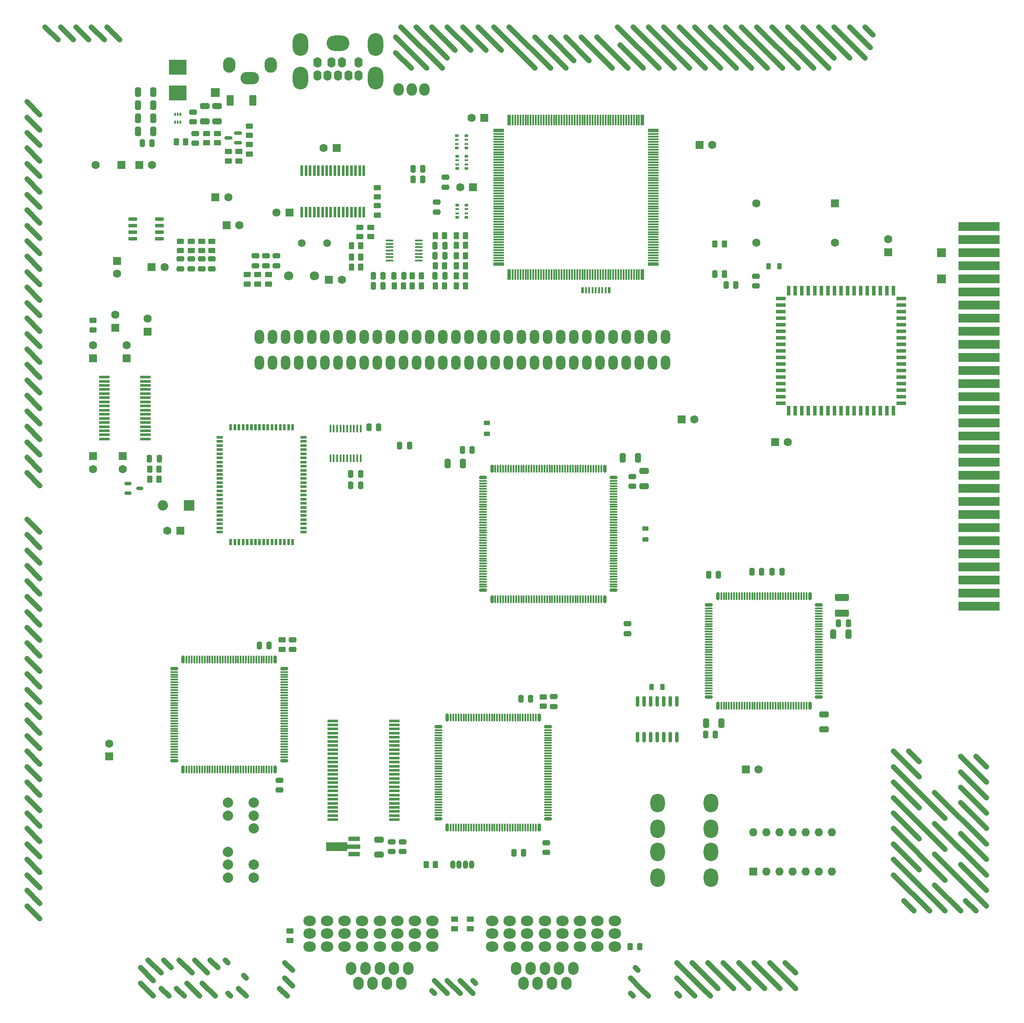
<source format=gts>
G04 #@! TF.GenerationSoftware,KiCad,Pcbnew,7.0.8*
G04 #@! TF.CreationDate,2024-02-10T22:04:51+01:00*
G04 #@! TF.ProjectId,Neptune,4e657074-756e-4652-9e6b-696361645f70,rev?*
G04 #@! TF.SameCoordinates,Original*
G04 #@! TF.FileFunction,Soldermask,Top*
G04 #@! TF.FilePolarity,Negative*
%FSLAX46Y46*%
G04 Gerber Fmt 4.6, Leading zero omitted, Abs format (unit mm)*
G04 Created by KiCad (PCBNEW 7.0.8) date 2024-02-10 22:04:51*
%MOMM*%
%LPD*%
G01*
G04 APERTURE LIST*
G04 Aperture macros list*
%AMRoundRect*
0 Rectangle with rounded corners*
0 $1 Rounding radius*
0 $2 $3 $4 $5 $6 $7 $8 $9 X,Y pos of 4 corners*
0 Add a 4 corners polygon primitive as box body*
4,1,4,$2,$3,$4,$5,$6,$7,$8,$9,$2,$3,0*
0 Add four circle primitives for the rounded corners*
1,1,$1+$1,$2,$3*
1,1,$1+$1,$4,$5*
1,1,$1+$1,$6,$7*
1,1,$1+$1,$8,$9*
0 Add four rect primitives between the rounded corners*
20,1,$1+$1,$2,$3,$4,$5,0*
20,1,$1+$1,$4,$5,$6,$7,0*
20,1,$1+$1,$6,$7,$8,$9,0*
20,1,$1+$1,$8,$9,$2,$3,0*%
%AMFreePoly0*
4,1,9,5.362500,-0.866500,1.237500,-0.866500,1.237500,-0.450000,-1.237500,-0.450000,-1.237500,0.450000,1.237500,0.450000,1.237500,0.866500,5.362500,0.866500,5.362500,-0.866500,5.362500,-0.866500,$1*%
G04 Aperture macros list end*
%ADD10C,1.000000*%
%ADD11O,1.800000X2.800000*%
%ADD12R,0.800000X0.500000*%
%ADD13R,0.800000X0.400000*%
%ADD14RoundRect,0.250000X0.325000X0.650000X-0.325000X0.650000X-0.325000X-0.650000X0.325000X-0.650000X0*%
%ADD15RoundRect,0.250000X0.475000X-0.250000X0.475000X0.250000X-0.475000X0.250000X-0.475000X-0.250000X0*%
%ADD16O,2.400000X2.000000*%
%ADD17RoundRect,0.250000X0.262500X0.450000X-0.262500X0.450000X-0.262500X-0.450000X0.262500X-0.450000X0*%
%ADD18R,1.600000X1.600000*%
%ADD19C,1.600000*%
%ADD20RoundRect,0.218750X0.218750X0.381250X-0.218750X0.381250X-0.218750X-0.381250X0.218750X-0.381250X0*%
%ADD21RoundRect,0.218750X-0.218750X-0.381250X0.218750X-0.381250X0.218750X0.381250X-0.218750X0.381250X0*%
%ADD22RoundRect,0.250000X0.250000X0.475000X-0.250000X0.475000X-0.250000X-0.475000X0.250000X-0.475000X0*%
%ADD23O,1.600000X1.600000*%
%ADD24RoundRect,0.250000X0.450000X-0.262500X0.450000X0.262500X-0.450000X0.262500X-0.450000X-0.262500X0*%
%ADD25RoundRect,0.162500X-0.575000X-0.162500X0.575000X-0.162500X0.575000X0.162500X-0.575000X0.162500X0*%
%ADD26RoundRect,0.075000X-0.662500X-0.075000X0.662500X-0.075000X0.662500X0.075000X-0.662500X0.075000X0*%
%ADD27RoundRect,0.162500X-0.162500X-0.575000X0.162500X-0.575000X0.162500X0.575000X-0.162500X0.575000X0*%
%ADD28RoundRect,0.075000X-0.075000X-0.662500X0.075000X-0.662500X0.075000X0.662500X-0.075000X0.662500X0*%
%ADD29RoundRect,0.250000X-0.325000X-0.650000X0.325000X-0.650000X0.325000X0.650000X-0.325000X0.650000X0*%
%ADD30R,2.000000X0.650000*%
%ADD31R,2.000000X0.300000*%
%ADD32R,0.650000X2.000000*%
%ADD33R,0.300000X2.000000*%
%ADD34RoundRect,0.250000X-0.250000X-0.475000X0.250000X-0.475000X0.250000X0.475000X-0.250000X0.475000X0*%
%ADD35R,3.500000X3.000000*%
%ADD36R,1.700000X1.700000*%
%ADD37R,0.700000X1.925000*%
%ADD38R,1.925000X0.700000*%
%ADD39RoundRect,0.250000X0.650000X-0.325000X0.650000X0.325000X-0.650000X0.325000X-0.650000X-0.325000X0*%
%ADD40O,3.600000X2.400000*%
%ADD41O,2.400000X3.000000*%
%ADD42O,2.800000X3.600000*%
%ADD43O,2.000000X2.400000*%
%ADD44RoundRect,0.218750X-0.381250X0.218750X-0.381250X-0.218750X0.381250X-0.218750X0.381250X0.218750X0*%
%ADD45RoundRect,0.250000X-0.262500X-0.450000X0.262500X-0.450000X0.262500X0.450000X-0.262500X0.450000X0*%
%ADD46C,1.500000*%
%ADD47RoundRect,0.142500X-0.142500X-0.457500X0.142500X-0.457500X0.142500X0.457500X-0.142500X0.457500X0*%
%ADD48RoundRect,0.105000X-0.105000X-0.495000X0.105000X-0.495000X0.105000X0.495000X-0.105000X0.495000X0*%
%ADD49RoundRect,0.075000X-0.075000X0.260000X-0.075000X-0.260000X0.075000X-0.260000X0.075000X0.260000X0*%
%ADD50RoundRect,0.250000X-0.475000X0.250000X-0.475000X-0.250000X0.475000X-0.250000X0.475000X0.250000X0*%
%ADD51RoundRect,0.150000X-0.512500X-0.150000X0.512500X-0.150000X0.512500X0.150000X-0.512500X0.150000X0*%
%ADD52RoundRect,0.162500X-0.162500X0.575000X-0.162500X-0.575000X0.162500X-0.575000X0.162500X0.575000X0*%
%ADD53RoundRect,0.075000X-0.075000X0.662500X-0.075000X-0.662500X0.075000X-0.662500X0.075000X0.662500X0*%
%ADD54RoundRect,0.162500X-0.575000X0.162500X-0.575000X-0.162500X0.575000X-0.162500X0.575000X0.162500X0*%
%ADD55RoundRect,0.075000X-0.662500X0.075000X-0.662500X-0.075000X0.662500X-0.075000X0.662500X0.075000X0*%
%ADD56C,2.000000*%
%ADD57O,2.000000X2.500000*%
%ADD58RoundRect,0.250000X-0.450000X0.262500X-0.450000X-0.262500X0.450000X-0.262500X0.450000X0.262500X0*%
%ADD59R,2.000000X2.000000*%
%ADD60O,2.000000X2.000000*%
%ADD61RoundRect,0.100000X0.637500X0.100000X-0.637500X0.100000X-0.637500X-0.100000X0.637500X-0.100000X0*%
%ADD62O,1.600000X2.000000*%
%ADD63O,3.000000X4.400000*%
%ADD64O,4.400000X3.000000*%
%ADD65RoundRect,0.150000X0.725000X0.150000X-0.725000X0.150000X-0.725000X-0.150000X0.725000X-0.150000X0*%
%ADD66RoundRect,0.150000X0.587500X0.150000X-0.587500X0.150000X-0.587500X-0.150000X0.587500X-0.150000X0*%
%ADD67RoundRect,0.250000X-0.450000X-0.800000X0.450000X-0.800000X0.450000X0.800000X-0.450000X0.800000X0*%
%ADD68RoundRect,0.100000X-0.100000X0.637500X-0.100000X-0.637500X0.100000X-0.637500X0.100000X0.637500X0*%
%ADD69RoundRect,0.250000X-0.650000X0.325000X-0.650000X-0.325000X0.650000X-0.325000X0.650000X0.325000X0*%
%ADD70R,2.000000X0.500000*%
%ADD71O,1.000000X1.600000*%
%ADD72RoundRect,0.150000X0.150000X-0.837500X0.150000X0.837500X-0.150000X0.837500X-0.150000X-0.837500X0*%
%ADD73R,2.300000X0.900000*%
%ADD74FreePoly0,180.000000*%
%ADD75RoundRect,0.162500X-0.587500X-0.162500X0.587500X-0.162500X0.587500X0.162500X-0.587500X0.162500X0*%
%ADD76RoundRect,0.075000X-0.675000X-0.075000X0.675000X-0.075000X0.675000X0.075000X-0.675000X0.075000X0*%
%ADD77RoundRect,0.162500X-0.162500X-0.587500X0.162500X-0.587500X0.162500X0.587500X-0.162500X0.587500X0*%
%ADD78RoundRect,0.075000X-0.075000X-0.675000X0.075000X-0.675000X0.075000X0.675000X-0.075000X0.675000X0*%
%ADD79RoundRect,0.250001X-1.074999X0.462499X-1.074999X-0.462499X1.074999X-0.462499X1.074999X0.462499X0*%
%ADD80C,1.800000*%
%ADD81R,8.000000X1.778000*%
%ADD82R,1.300000X0.500000*%
%ADD83R,0.500000X1.300000*%
%ADD84R,0.500000X2.000000*%
G04 APERTURE END LIST*
D10*
X252000000Y-232000000D02*
X250500000Y-230500000D01*
X131500000Y-46500000D02*
X129000000Y-44000000D01*
X282000000Y-50000000D02*
X276000000Y-44000000D01*
X239500000Y-228500000D02*
X241500000Y-230500000D01*
X209000000Y-231500000D02*
X206500000Y-229000000D01*
X272000000Y-52000000D02*
X264000000Y-44000000D01*
X243000000Y-232000000D02*
X241500000Y-230500000D01*
X125000000Y-73000000D02*
X122500000Y-70500000D01*
X125000000Y-76000000D02*
X122500000Y-73500000D01*
X300500000Y-215500000D02*
X290500000Y-205500000D01*
X254500000Y-225500000D02*
X259500000Y-230500000D01*
X303500000Y-200500000D02*
X308500000Y-205500000D01*
X125000000Y-190000000D02*
X122500000Y-187500000D01*
X125000000Y-103000000D02*
X122500000Y-100500000D01*
X125000000Y-166000000D02*
X122500000Y-163500000D01*
X125000000Y-70000000D02*
X122500000Y-67500000D01*
X303500000Y-188500000D02*
X308500000Y-193500000D01*
X154500000Y-227500000D02*
X152000000Y-225000000D01*
X240500000Y-226500000D02*
X241000000Y-227000000D01*
X285000000Y-50000000D02*
X279000000Y-44000000D01*
X156000000Y-232000000D02*
X153500000Y-229500000D01*
X242000000Y-52000000D02*
X237500000Y-47500000D01*
X125000000Y-202000000D02*
X122500000Y-199500000D01*
X206500000Y-231500000D02*
X204000000Y-229000000D01*
X300500000Y-203500000D02*
X290500000Y-193500000D01*
X150000000Y-232000000D02*
X148500000Y-230500000D01*
X303500000Y-185500000D02*
X308500000Y-190500000D01*
X308500000Y-208500000D02*
X298500000Y-198500000D01*
X125000000Y-121000000D02*
X122500000Y-118500000D01*
X125000000Y-217000000D02*
X122500000Y-214500000D01*
X224000000Y-52000000D02*
X216000000Y-44000000D01*
X260000000Y-52000000D02*
X252000000Y-44000000D01*
X125000000Y-133000000D02*
X122500000Y-130500000D01*
X275000000Y-52000000D02*
X267000000Y-44000000D01*
X298500000Y-210500000D02*
X303500000Y-215500000D01*
X125000000Y-184000000D02*
X122500000Y-181500000D01*
X260500000Y-225500000D02*
X265500000Y-230500000D01*
X231500000Y-50500000D02*
X227000000Y-46000000D01*
X125000000Y-172000000D02*
X122500000Y-169500000D01*
X248500000Y-228500000D02*
X250500000Y-230500000D01*
X279000000Y-50000000D02*
X273000000Y-44000000D01*
X125000000Y-160000000D02*
X122500000Y-157500000D01*
X153000000Y-232000000D02*
X151500000Y-230500000D01*
X147000000Y-232000000D02*
X144500000Y-229500000D01*
X286500000Y-45500000D02*
X285000000Y-44000000D01*
X245000000Y-52000000D02*
X237000000Y-44000000D01*
X125000000Y-178000000D02*
X122500000Y-175500000D01*
X255000000Y-232000000D02*
X253500000Y-230500000D01*
X257000000Y-52000000D02*
X249000000Y-44000000D01*
X125000000Y-142000000D02*
X122500000Y-139500000D01*
X239000000Y-52000000D02*
X233000000Y-46000000D01*
X125000000Y-118000000D02*
X122500000Y-115500000D01*
X211500000Y-48500000D02*
X207000000Y-44000000D01*
X251000000Y-52000000D02*
X243000000Y-44000000D01*
X290500000Y-190500000D02*
X295500000Y-195500000D01*
X125000000Y-157000000D02*
X122500000Y-154500000D01*
X125000000Y-145000000D02*
X122500000Y-142500000D01*
X125000000Y-106000000D02*
X122500000Y-103500000D01*
X125000000Y-67000000D02*
X122500000Y-64500000D01*
X161000000Y-225000000D02*
X161500000Y-225500000D01*
X147000000Y-229000000D02*
X144500000Y-226500000D01*
X125000000Y-205000000D02*
X122500000Y-202500000D01*
X204000000Y-231500000D02*
X201500000Y-229000000D01*
X197000000Y-52000000D02*
X194000000Y-49000000D01*
X286000000Y-48000000D02*
X282000000Y-44000000D01*
X251500000Y-225500000D02*
X256500000Y-230500000D01*
X257500000Y-225500000D02*
X262500000Y-230500000D01*
X137500000Y-46500000D02*
X135000000Y-44000000D01*
X203000000Y-52000000D02*
X195000000Y-44000000D01*
X290500000Y-184500000D02*
X295500000Y-189500000D01*
X204000000Y-50000000D02*
X198000000Y-44000000D01*
X227000000Y-52000000D02*
X221000000Y-46000000D01*
X254000000Y-52000000D02*
X246000000Y-44000000D01*
X304500000Y-213500000D02*
X306500000Y-215500000D01*
X278000000Y-52000000D02*
X270000000Y-44000000D01*
X248500000Y-231500000D02*
X249000000Y-232000000D01*
X125000000Y-109000000D02*
X122500000Y-106500000D01*
X125000000Y-61000000D02*
X122500000Y-58500000D01*
X164500000Y-228000000D02*
X165000000Y-228500000D01*
X140500000Y-46500000D02*
X138000000Y-44000000D01*
X174000000Y-227000000D02*
X172500000Y-225500000D01*
X148500000Y-227500000D02*
X146000000Y-225000000D01*
X125000000Y-64000000D02*
X122500000Y-61500000D01*
X150500000Y-226500000D02*
X149000000Y-225000000D01*
X228500000Y-50500000D02*
X224000000Y-46000000D01*
X125000000Y-151000000D02*
X122500000Y-148500000D01*
X125000000Y-88000000D02*
X122500000Y-85500000D01*
X174000000Y-230000000D02*
X172500000Y-228500000D01*
X125000000Y-169000000D02*
X122500000Y-166500000D01*
X290500000Y-202500000D02*
X295500000Y-207500000D01*
X125000000Y-124000000D02*
X122500000Y-121500000D01*
X125000000Y-196000000D02*
X122500000Y-193500000D01*
X125000000Y-100000000D02*
X122500000Y-97500000D01*
X266500000Y-225500000D02*
X271500000Y-230500000D01*
X125000000Y-193000000D02*
X122500000Y-190500000D01*
X300500000Y-197500000D02*
X290500000Y-187500000D01*
X269500000Y-225500000D02*
X271500000Y-227500000D01*
X297500000Y-215500000D02*
X290500000Y-208500000D01*
X306500000Y-185500000D02*
X308500000Y-187500000D01*
X201000000Y-231000000D02*
X201500000Y-231500000D01*
X308500000Y-214500000D02*
X298500000Y-204500000D01*
X125000000Y-187000000D02*
X122500000Y-184500000D01*
X248500000Y-225500000D02*
X253500000Y-230500000D01*
X263000000Y-52000000D02*
X255000000Y-44000000D01*
X308500000Y-202500000D02*
X298500000Y-192500000D01*
X292500000Y-213500000D02*
X294500000Y-215500000D01*
X128500000Y-46500000D02*
X126000000Y-44000000D01*
X125000000Y-175000000D02*
X122500000Y-172500000D01*
X125000000Y-127000000D02*
X122500000Y-124500000D01*
X209000000Y-229000000D02*
X209500000Y-229500000D01*
X125000000Y-199000000D02*
X122500000Y-196500000D01*
X125000000Y-79000000D02*
X122500000Y-76500000D01*
X221000000Y-52000000D02*
X213000000Y-44000000D01*
X303500000Y-206500000D02*
X308500000Y-211500000D01*
X165000000Y-232000000D02*
X163500000Y-230500000D01*
X125000000Y-214000000D02*
X122500000Y-211500000D01*
X236000000Y-52000000D02*
X230000000Y-46000000D01*
X125000000Y-115000000D02*
X122500000Y-112500000D01*
X200000000Y-52000000D02*
X194000000Y-46000000D01*
X157500000Y-227500000D02*
X155000000Y-225000000D01*
X303500000Y-194500000D02*
X308500000Y-199500000D01*
X125000000Y-82000000D02*
X122500000Y-79500000D01*
X303500000Y-191500000D02*
X308500000Y-196500000D01*
X266000000Y-52000000D02*
X258000000Y-44000000D01*
X239500000Y-231500000D02*
X240000000Y-232000000D01*
X125000000Y-163000000D02*
X122500000Y-160500000D01*
X125000000Y-97000000D02*
X122500000Y-94500000D01*
X125000000Y-94000000D02*
X122500000Y-91500000D01*
X125000000Y-181000000D02*
X122500000Y-178500000D01*
X125000000Y-112000000D02*
X122500000Y-109500000D01*
X161500000Y-231500000D02*
X162000000Y-232000000D01*
X263500000Y-225500000D02*
X268500000Y-230500000D01*
X208500000Y-48500000D02*
X204000000Y-44000000D01*
X159500000Y-226500000D02*
X158000000Y-225000000D01*
X134500000Y-46500000D02*
X132000000Y-44000000D01*
X293500000Y-184500000D02*
X295500000Y-186500000D01*
X159000000Y-232000000D02*
X156500000Y-229500000D01*
X125000000Y-148000000D02*
X122500000Y-145500000D01*
X125000000Y-85000000D02*
X122500000Y-82500000D01*
X300500000Y-209500000D02*
X290500000Y-199500000D01*
X125000000Y-91000000D02*
X122500000Y-88500000D01*
X248000000Y-52000000D02*
X240000000Y-44000000D01*
X125000000Y-130000000D02*
X122500000Y-127500000D01*
X125000000Y-208000000D02*
X122500000Y-205500000D01*
X269000000Y-52000000D02*
X261000000Y-44000000D01*
X125000000Y-154000000D02*
X122500000Y-151500000D01*
X290500000Y-196500000D02*
X295500000Y-201500000D01*
X173000000Y-232000000D02*
X171500000Y-230500000D01*
X125000000Y-211000000D02*
X122500000Y-208500000D01*
X205500000Y-48500000D02*
X201000000Y-44000000D01*
X214500000Y-48500000D02*
X210000000Y-44000000D01*
D11*
X167538400Y-104140000D03*
X170078400Y-104140000D03*
X172618400Y-104140000D03*
X175158400Y-104140000D03*
X177698400Y-104140000D03*
X180238400Y-104140000D03*
X182778400Y-104140000D03*
X185318400Y-104140000D03*
X187858400Y-104140000D03*
X190398400Y-104140000D03*
X192938400Y-104140000D03*
X195478400Y-104140000D03*
X198018400Y-104140000D03*
X200558400Y-104140000D03*
X203098400Y-104140000D03*
X205638400Y-104140000D03*
X208178400Y-104140000D03*
X210718400Y-104140000D03*
X213258400Y-104140000D03*
X215798400Y-104140000D03*
X218338400Y-104140000D03*
X220878400Y-104140000D03*
X223418400Y-104140000D03*
X225958400Y-104140000D03*
X228498400Y-104140000D03*
X231038400Y-104140000D03*
X233578400Y-104140000D03*
X236118400Y-104140000D03*
X238658400Y-104140000D03*
X241198400Y-104140000D03*
X243738400Y-104140000D03*
X246278400Y-104140000D03*
X167538400Y-109140000D03*
X170078400Y-109140000D03*
X172618400Y-109140000D03*
X175158400Y-109140000D03*
X177698400Y-109140000D03*
X180238400Y-109140000D03*
X182778400Y-109140000D03*
X185318400Y-109140000D03*
X187858400Y-109140000D03*
X190398400Y-109140000D03*
X192938400Y-109140000D03*
X195478400Y-109140000D03*
X198018400Y-109140000D03*
X200558400Y-109140000D03*
X203098400Y-109140000D03*
X205638400Y-109140000D03*
X208178400Y-109140000D03*
X210718400Y-109140000D03*
X213258400Y-109140000D03*
X215798400Y-109140000D03*
X218338400Y-109140000D03*
X220878400Y-109140000D03*
X223418400Y-109140000D03*
X225958400Y-109140000D03*
X228498400Y-109140000D03*
X231038400Y-109140000D03*
X233578400Y-109140000D03*
X236118400Y-109140000D03*
X238658400Y-109140000D03*
X241198400Y-109140000D03*
X243738400Y-109140000D03*
X246278400Y-109140000D03*
D12*
X205875000Y-65075000D03*
D13*
X205875000Y-65875000D03*
X205875000Y-66675000D03*
D12*
X205875000Y-67475000D03*
X207675000Y-67475000D03*
D13*
X207675000Y-66675000D03*
X207675000Y-65875000D03*
D12*
X207675000Y-65075000D03*
D14*
X207000000Y-128725000D03*
X204050000Y-128725000D03*
D15*
X156375000Y-90900000D03*
X156375000Y-89000000D03*
D16*
X236500000Y-222400000D03*
X236500000Y-219900000D03*
X236500000Y-217400000D03*
D17*
X148112500Y-131730000D03*
X146287500Y-131730000D03*
X187212500Y-90600000D03*
X185387500Y-90600000D03*
D18*
X152205113Y-141732000D03*
D19*
X149705113Y-141732000D03*
D17*
X187212500Y-86450000D03*
X185387500Y-86450000D03*
D18*
X267544888Y-124500000D03*
D19*
X270044888Y-124500000D03*
D20*
X245687500Y-172000000D03*
X243562500Y-172000000D03*
D21*
X266307500Y-90420000D03*
X268432500Y-90420000D03*
D22*
X187175000Y-130750000D03*
X185275000Y-130750000D03*
D18*
X263300000Y-207825000D03*
D23*
X265840000Y-207825000D03*
X268380000Y-207825000D03*
X270920000Y-207825000D03*
X273460000Y-207825000D03*
X276000000Y-207825000D03*
X278540000Y-207825000D03*
X278540000Y-200205000D03*
X276000000Y-200205000D03*
X273460000Y-200205000D03*
X270920000Y-200205000D03*
X268380000Y-200205000D03*
X265840000Y-200205000D03*
X263300000Y-200205000D03*
D24*
X156375000Y-87387500D03*
X156375000Y-85562500D03*
D25*
X202237500Y-179725000D03*
D26*
X202237500Y-180400000D03*
X202237500Y-180900000D03*
X202237500Y-181400000D03*
X202237500Y-181900000D03*
X202237500Y-182400000D03*
X202237500Y-182900000D03*
X202237500Y-183400000D03*
X202237500Y-183900000D03*
X202237500Y-184400000D03*
X202237500Y-184900000D03*
X202237500Y-185400000D03*
X202237500Y-185900000D03*
X202237500Y-186400000D03*
X202237500Y-186900000D03*
X202237500Y-187400000D03*
X202237500Y-187900000D03*
X202237500Y-188400000D03*
X202237500Y-188900000D03*
X202237500Y-189400000D03*
X202237500Y-189900000D03*
X202237500Y-190400000D03*
X202237500Y-190900000D03*
X202237500Y-191400000D03*
X202237500Y-191900000D03*
X202237500Y-192400000D03*
X202237500Y-192900000D03*
X202237500Y-193400000D03*
X202237500Y-193900000D03*
X202237500Y-194400000D03*
X202237500Y-194900000D03*
X202237500Y-195400000D03*
X202237500Y-195900000D03*
X202237500Y-196400000D03*
X202237500Y-196900000D03*
D25*
X202237500Y-197575000D03*
D27*
X203975000Y-199312500D03*
D28*
X204650000Y-199312500D03*
X205150000Y-199312500D03*
X205650000Y-199312500D03*
X206150000Y-199312500D03*
X206650000Y-199312500D03*
X207150000Y-199312500D03*
X207650000Y-199312500D03*
X208150000Y-199312500D03*
X208650000Y-199312500D03*
X209150000Y-199312500D03*
X209650000Y-199312500D03*
X210150000Y-199312500D03*
X210650000Y-199312500D03*
X211150000Y-199312500D03*
X211650000Y-199312500D03*
X212150000Y-199312500D03*
X212650000Y-199312500D03*
X213150000Y-199312500D03*
X213650000Y-199312500D03*
X214150000Y-199312500D03*
X214650000Y-199312500D03*
X215150000Y-199312500D03*
X215650000Y-199312500D03*
X216150000Y-199312500D03*
X216650000Y-199312500D03*
X217150000Y-199312500D03*
X217650000Y-199312500D03*
X218150000Y-199312500D03*
X218650000Y-199312500D03*
X219150000Y-199312500D03*
X219650000Y-199312500D03*
X220150000Y-199312500D03*
X220650000Y-199312500D03*
X221150000Y-199312500D03*
D27*
X221825000Y-199312500D03*
D25*
X223562500Y-197575000D03*
D26*
X223562500Y-196900000D03*
X223562500Y-196400000D03*
X223562500Y-195900000D03*
X223562500Y-195400000D03*
X223562500Y-194900000D03*
X223562500Y-194400000D03*
X223562500Y-193900000D03*
X223562500Y-193400000D03*
X223562500Y-192900000D03*
X223562500Y-192400000D03*
X223562500Y-191900000D03*
X223562500Y-191400000D03*
X223562500Y-190900000D03*
X223562500Y-190400000D03*
X223562500Y-189900000D03*
X223562500Y-189400000D03*
X223562500Y-188900000D03*
X223562500Y-188400000D03*
X223562500Y-187900000D03*
X223562500Y-187400000D03*
X223562500Y-186900000D03*
X223562500Y-186400000D03*
X223562500Y-185900000D03*
X223562500Y-185400000D03*
X223562500Y-184900000D03*
X223562500Y-184400000D03*
X223562500Y-183900000D03*
X223562500Y-183400000D03*
X223562500Y-182900000D03*
X223562500Y-182400000D03*
X223562500Y-181900000D03*
X223562500Y-181400000D03*
X223562500Y-180900000D03*
X223562500Y-180400000D03*
D25*
X223562500Y-179725000D03*
D27*
X221825000Y-177987500D03*
D28*
X221150000Y-177987500D03*
X220650000Y-177987500D03*
X220150000Y-177987500D03*
X219650000Y-177987500D03*
X219150000Y-177987500D03*
X218650000Y-177987500D03*
X218150000Y-177987500D03*
X217650000Y-177987500D03*
X217150000Y-177987500D03*
X216650000Y-177987500D03*
X216150000Y-177987500D03*
X215650000Y-177987500D03*
X215150000Y-177987500D03*
X214650000Y-177987500D03*
X214150000Y-177987500D03*
X213650000Y-177987500D03*
X213150000Y-177987500D03*
X212650000Y-177987500D03*
X212150000Y-177987500D03*
X211650000Y-177987500D03*
X211150000Y-177987500D03*
X210650000Y-177987500D03*
X210150000Y-177987500D03*
X209650000Y-177987500D03*
X209150000Y-177987500D03*
X208650000Y-177987500D03*
X208150000Y-177987500D03*
X207650000Y-177987500D03*
X207150000Y-177987500D03*
X206650000Y-177987500D03*
X206150000Y-177987500D03*
X205650000Y-177987500D03*
X205150000Y-177987500D03*
X204650000Y-177987500D03*
D27*
X203975000Y-177987500D03*
D18*
X135300000Y-108250000D03*
D19*
X135300000Y-105750000D03*
D18*
X181025000Y-93055112D03*
D19*
X183525000Y-93055112D03*
D18*
X146675000Y-90600000D03*
D19*
X149175000Y-90600000D03*
D29*
X144066500Y-59182000D03*
X147016500Y-59182000D03*
D30*
X213925000Y-64100000D03*
D31*
X213925000Y-64775000D03*
X213925000Y-65275000D03*
X213925000Y-65775000D03*
X213925000Y-66275000D03*
X213925000Y-66775000D03*
X213925000Y-67275000D03*
X213925000Y-67775000D03*
X213925000Y-68275000D03*
X213925000Y-68775000D03*
X213925000Y-69275000D03*
X213925000Y-69775000D03*
X213925000Y-70275000D03*
X213925000Y-70775000D03*
X213925000Y-71275000D03*
X213925000Y-71775000D03*
X213925000Y-72275000D03*
X213925000Y-72775000D03*
X213925000Y-73275000D03*
X213925000Y-73775000D03*
X213925000Y-74275000D03*
X213925000Y-74775000D03*
X213925000Y-75275000D03*
X213925000Y-75775000D03*
X213925000Y-76275000D03*
X213925000Y-76775000D03*
X213925000Y-77275000D03*
X213925000Y-77775000D03*
X213925000Y-78275000D03*
X213925000Y-78775000D03*
X213925000Y-79275000D03*
X213925000Y-79775000D03*
X213925000Y-80275000D03*
X213925000Y-80775000D03*
X213925000Y-81275000D03*
X213925000Y-81775000D03*
X213925000Y-82275000D03*
X213925000Y-82775000D03*
X213925000Y-83275000D03*
X213925000Y-83775000D03*
X213925000Y-84275000D03*
X213925000Y-84775000D03*
X213925000Y-85275000D03*
X213925000Y-85775000D03*
X213925000Y-86275000D03*
X213925000Y-86775000D03*
X213925000Y-87275000D03*
X213925000Y-87775000D03*
X213925000Y-88275000D03*
X213925000Y-88775000D03*
X213925000Y-89275000D03*
D30*
X213925000Y-89950000D03*
D32*
X216000000Y-92025000D03*
D33*
X216675000Y-92025000D03*
X217175000Y-92025000D03*
X217675000Y-92025000D03*
X218175000Y-92025000D03*
X218675000Y-92025000D03*
X219175000Y-92025000D03*
X219675000Y-92025000D03*
X220175000Y-92025000D03*
X220675000Y-92025000D03*
X221175000Y-92025000D03*
X221675000Y-92025000D03*
X222175000Y-92025000D03*
X222675000Y-92025000D03*
X223175000Y-92025000D03*
X223675000Y-92025000D03*
X224175000Y-92025000D03*
X224675000Y-92025000D03*
X225175000Y-92025000D03*
X225675000Y-92025000D03*
X226175000Y-92025000D03*
X226675000Y-92025000D03*
X227175000Y-92025000D03*
X227675000Y-92025000D03*
X228175000Y-92025000D03*
X228675000Y-92025000D03*
X229175000Y-92025000D03*
X229675000Y-92025000D03*
X230175000Y-92025000D03*
X230675000Y-92025000D03*
X231175000Y-92025000D03*
X231675000Y-92025000D03*
X232175000Y-92025000D03*
X232675000Y-92025000D03*
X233175000Y-92025000D03*
X233675000Y-92025000D03*
X234175000Y-92025000D03*
X234675000Y-92025000D03*
X235175000Y-92025000D03*
X235675000Y-92025000D03*
X236175000Y-92025000D03*
X236675000Y-92025000D03*
X237175000Y-92025000D03*
X237675000Y-92025000D03*
X238175000Y-92025000D03*
X238675000Y-92025000D03*
X239175000Y-92025000D03*
X239675000Y-92025000D03*
X240175000Y-92025000D03*
X240675000Y-92025000D03*
X241175000Y-92025000D03*
D32*
X241850000Y-92025000D03*
D30*
X243925000Y-89950000D03*
D31*
X243925000Y-89275000D03*
X243925000Y-88775000D03*
X243925000Y-88275000D03*
X243925000Y-87775000D03*
X243925000Y-87275000D03*
X243925000Y-86775000D03*
X243925000Y-86275000D03*
X243925000Y-85775000D03*
X243925000Y-85275000D03*
X243925000Y-84775000D03*
X243925000Y-84275000D03*
X243925000Y-83775000D03*
X243925000Y-83275000D03*
X243925000Y-82775000D03*
X243925000Y-82275000D03*
X243925000Y-81775000D03*
X243925000Y-81275000D03*
X243925000Y-80775000D03*
X243925000Y-80275000D03*
X243925000Y-79775000D03*
X243925000Y-79275000D03*
X243925000Y-78775000D03*
X243925000Y-78275000D03*
X243925000Y-77775000D03*
X243925000Y-77275000D03*
X243925000Y-76775000D03*
X243925000Y-76275000D03*
X243925000Y-75775000D03*
X243925000Y-75275000D03*
X243925000Y-74775000D03*
X243925000Y-74275000D03*
X243925000Y-73775000D03*
X243925000Y-73275000D03*
X243925000Y-72775000D03*
X243925000Y-72275000D03*
X243925000Y-71775000D03*
X243925000Y-71275000D03*
X243925000Y-70775000D03*
X243925000Y-70275000D03*
X243925000Y-69775000D03*
X243925000Y-69275000D03*
X243925000Y-68775000D03*
X243925000Y-68275000D03*
X243925000Y-67775000D03*
X243925000Y-67275000D03*
X243925000Y-66775000D03*
X243925000Y-66275000D03*
X243925000Y-65775000D03*
X243925000Y-65275000D03*
X243925000Y-64775000D03*
D30*
X243925000Y-64100000D03*
D32*
X241850000Y-62025000D03*
D33*
X241175000Y-62025000D03*
X240675000Y-62025000D03*
X240175000Y-62025000D03*
X239675000Y-62025000D03*
X239175000Y-62025000D03*
X238675000Y-62025000D03*
X238175000Y-62025000D03*
X237675000Y-62025000D03*
X237175000Y-62025000D03*
X236675000Y-62025000D03*
X236175000Y-62025000D03*
X235675000Y-62025000D03*
X235175000Y-62025000D03*
X234675000Y-62025000D03*
X234175000Y-62025000D03*
X233675000Y-62025000D03*
X233175000Y-62025000D03*
X232675000Y-62025000D03*
X232175000Y-62025000D03*
X231675000Y-62025000D03*
X231175000Y-62025000D03*
X230675000Y-62025000D03*
X230175000Y-62025000D03*
X229675000Y-62025000D03*
X229175000Y-62025000D03*
X228675000Y-62025000D03*
X228175000Y-62025000D03*
X227675000Y-62025000D03*
X227175000Y-62025000D03*
X226675000Y-62025000D03*
X226175000Y-62025000D03*
X225675000Y-62025000D03*
X225175000Y-62025000D03*
X224675000Y-62025000D03*
X224175000Y-62025000D03*
X223675000Y-62025000D03*
X223175000Y-62025000D03*
X222675000Y-62025000D03*
X222175000Y-62025000D03*
X221675000Y-62025000D03*
X221175000Y-62025000D03*
X220675000Y-62025000D03*
X220175000Y-62025000D03*
X219675000Y-62025000D03*
X219175000Y-62025000D03*
X218675000Y-62025000D03*
X218175000Y-62025000D03*
X217675000Y-62025000D03*
X217175000Y-62025000D03*
X216675000Y-62025000D03*
D32*
X216000000Y-62025000D03*
D16*
X216100000Y-222400000D03*
X216100000Y-219900000D03*
X216100000Y-217400000D03*
D15*
X158350000Y-90900000D03*
X158350000Y-89000000D03*
D18*
X173400000Y-80010000D03*
D19*
X170900000Y-80010000D03*
D18*
X209000000Y-75050000D03*
D19*
X206500000Y-75050000D03*
D34*
X197350000Y-71550000D03*
X199250000Y-71550000D03*
D35*
X151765000Y-56787000D03*
X151765000Y-51787000D03*
D29*
X144066500Y-64262000D03*
X147016500Y-64262000D03*
X144066500Y-56642000D03*
X147016500Y-56642000D03*
D36*
X299825000Y-92875000D03*
D15*
X154325000Y-90900000D03*
X154325000Y-89000000D03*
D37*
X280322500Y-95127500D03*
X279052500Y-95127500D03*
X277782500Y-95127500D03*
X276512500Y-95127500D03*
X275242500Y-95127500D03*
X273972500Y-95127500D03*
X272702500Y-95127500D03*
X271432500Y-95127500D03*
X270162500Y-95127500D03*
D38*
X268650000Y-96640000D03*
X268650000Y-97910000D03*
X268650000Y-99180000D03*
X268650000Y-100450000D03*
X268650000Y-101720000D03*
X268650000Y-102990000D03*
X268650000Y-104260000D03*
X268650000Y-105530000D03*
X268650000Y-106800000D03*
X268650000Y-108070000D03*
X268650000Y-109340000D03*
X268650000Y-110610000D03*
X268650000Y-111880000D03*
X268650000Y-113150000D03*
X268650000Y-114420000D03*
X268650000Y-115690000D03*
X268650000Y-116960000D03*
D37*
X270162500Y-118472500D03*
X271432500Y-118472500D03*
X272702500Y-118472500D03*
X273972500Y-118472500D03*
X275242500Y-118472500D03*
X276512500Y-118472500D03*
X277782500Y-118472500D03*
X279052500Y-118472500D03*
X280322500Y-118472500D03*
X281592500Y-118472500D03*
X282862500Y-118472500D03*
X284132500Y-118472500D03*
X285402500Y-118472500D03*
X286672500Y-118472500D03*
X287942500Y-118472500D03*
X289212500Y-118472500D03*
X290482500Y-118472500D03*
D38*
X291995000Y-116960000D03*
X291995000Y-115690000D03*
X291995000Y-114420000D03*
X291995000Y-113150000D03*
X291995000Y-111880000D03*
X291995000Y-110610000D03*
X291995000Y-109340000D03*
X291995000Y-108070000D03*
X291995000Y-106800000D03*
X291995000Y-105530000D03*
X291995000Y-104260000D03*
X291995000Y-102990000D03*
X291995000Y-101720000D03*
X291995000Y-100450000D03*
X291995000Y-99180000D03*
X291995000Y-97910000D03*
X291995000Y-96640000D03*
D37*
X290482500Y-95127500D03*
X289212500Y-95127500D03*
X287942500Y-95127500D03*
X286672500Y-95127500D03*
X285402500Y-95127500D03*
X284132500Y-95127500D03*
X282862500Y-95127500D03*
X281592500Y-95127500D03*
D39*
X242175000Y-133100000D03*
X242175000Y-130150000D03*
D17*
X207562500Y-92275000D03*
X205737500Y-92275000D03*
D16*
X197700000Y-222400000D03*
X197700000Y-219900000D03*
X197700000Y-217400000D03*
X226300000Y-222400000D03*
X226300000Y-219900000D03*
X226300000Y-217400000D03*
D40*
X165735000Y-53904200D03*
D41*
X161735000Y-51404200D03*
X169735000Y-51404200D03*
D42*
X244775000Y-194575000D03*
X255075000Y-194575000D03*
X244775000Y-199575000D03*
X255075000Y-199575000D03*
D43*
X194600000Y-56100000D03*
X197100000Y-56100000D03*
X199600000Y-56100000D03*
D18*
X140832651Y-70739000D03*
D19*
X135832651Y-70739000D03*
D18*
X145900000Y-103075000D03*
D19*
X145900000Y-100575000D03*
D44*
X242375000Y-141287500D03*
X242375000Y-143412500D03*
D45*
X201676000Y-94225000D03*
X203501000Y-94225000D03*
D34*
X255875000Y-91900000D03*
X257775000Y-91900000D03*
D22*
X218800000Y-204225000D03*
X216900000Y-204225000D03*
D39*
X277050000Y-180275000D03*
X277050000Y-177325000D03*
D46*
X175755000Y-85925000D03*
X180655000Y-85925000D03*
D18*
X279125000Y-78225000D03*
D19*
X263885000Y-78225000D03*
X263885000Y-85845000D03*
X279125000Y-85845000D03*
D47*
X230175000Y-95050000D03*
D48*
X230870000Y-95050000D03*
X231505000Y-95050000D03*
X232140000Y-95050000D03*
X232775000Y-95050000D03*
X233410000Y-95050000D03*
X234045000Y-95050000D03*
X234680000Y-95050000D03*
D47*
X235375000Y-95050000D03*
D22*
X264950000Y-149700000D03*
X263050000Y-149700000D03*
D17*
X207562500Y-86350000D03*
X205737500Y-86350000D03*
D16*
X219500000Y-222400000D03*
X219500000Y-219900000D03*
X219500000Y-217400000D03*
X212700000Y-222400000D03*
X212700000Y-219900000D03*
X212700000Y-217400000D03*
D22*
X195575000Y-92275000D03*
X193675000Y-92275000D03*
D24*
X190400000Y-80487500D03*
X190400000Y-78662500D03*
D49*
X152265000Y-60972000D03*
X151765000Y-60972000D03*
X151265000Y-60972000D03*
X151265000Y-62472000D03*
X151765000Y-62472000D03*
X152265000Y-62472000D03*
D14*
X257100000Y-179100000D03*
X254150000Y-179100000D03*
D50*
X195300000Y-202050000D03*
X195300000Y-203950000D03*
D16*
X229700000Y-222400000D03*
X229700000Y-219900000D03*
X229700000Y-217400000D03*
D45*
X201676000Y-90325000D03*
X203501000Y-90325000D03*
D18*
X249425000Y-120125000D03*
D19*
X251925000Y-120125000D03*
D34*
X279850000Y-159650000D03*
X281750000Y-159650000D03*
D22*
X259950000Y-94050000D03*
X258050000Y-94050000D03*
D15*
X170855000Y-90300000D03*
X170855000Y-88400000D03*
D51*
X142112500Y-132550000D03*
X142112500Y-134450000D03*
X144387500Y-133500000D03*
D52*
X274287500Y-154387500D03*
D53*
X273612500Y-154387500D03*
X273112500Y-154387500D03*
X272612500Y-154387500D03*
X272112500Y-154387500D03*
X271612500Y-154387500D03*
X271112500Y-154387500D03*
X270612500Y-154387500D03*
X270112500Y-154387500D03*
X269612500Y-154387500D03*
X269112500Y-154387500D03*
X268612500Y-154387500D03*
X268112500Y-154387500D03*
X267612500Y-154387500D03*
X267112500Y-154387500D03*
X266612500Y-154387500D03*
X266112500Y-154387500D03*
X265612500Y-154387500D03*
X265112500Y-154387500D03*
X264612500Y-154387500D03*
X264112500Y-154387500D03*
X263612500Y-154387500D03*
X263112500Y-154387500D03*
X262612500Y-154387500D03*
X262112500Y-154387500D03*
X261612500Y-154387500D03*
X261112500Y-154387500D03*
X260612500Y-154387500D03*
X260112500Y-154387500D03*
X259612500Y-154387500D03*
X259112500Y-154387500D03*
X258612500Y-154387500D03*
X258112500Y-154387500D03*
X257612500Y-154387500D03*
X257112500Y-154387500D03*
D52*
X256437500Y-154387500D03*
D54*
X254700000Y-156125000D03*
D55*
X254700000Y-156800000D03*
X254700000Y-157300000D03*
X254700000Y-157800000D03*
X254700000Y-158300000D03*
X254700000Y-158800000D03*
X254700000Y-159300000D03*
X254700000Y-159800000D03*
X254700000Y-160300000D03*
X254700000Y-160800000D03*
X254700000Y-161300000D03*
X254700000Y-161800000D03*
X254700000Y-162300000D03*
X254700000Y-162800000D03*
X254700000Y-163300000D03*
X254700000Y-163800000D03*
X254700000Y-164300000D03*
X254700000Y-164800000D03*
X254700000Y-165300000D03*
X254700000Y-165800000D03*
X254700000Y-166300000D03*
X254700000Y-166800000D03*
X254700000Y-167300000D03*
X254700000Y-167800000D03*
X254700000Y-168300000D03*
X254700000Y-168800000D03*
X254700000Y-169300000D03*
X254700000Y-169800000D03*
X254700000Y-170300000D03*
X254700000Y-170800000D03*
X254700000Y-171300000D03*
X254700000Y-171800000D03*
X254700000Y-172300000D03*
X254700000Y-172800000D03*
X254700000Y-173300000D03*
D54*
X254700000Y-173975000D03*
D52*
X256437500Y-175712500D03*
D53*
X257112500Y-175712500D03*
X257612500Y-175712500D03*
X258112500Y-175712500D03*
X258612500Y-175712500D03*
X259112500Y-175712500D03*
X259612500Y-175712500D03*
X260112500Y-175712500D03*
X260612500Y-175712500D03*
X261112500Y-175712500D03*
X261612500Y-175712500D03*
X262112500Y-175712500D03*
X262612500Y-175712500D03*
X263112500Y-175712500D03*
X263612500Y-175712500D03*
X264112500Y-175712500D03*
X264612500Y-175712500D03*
X265112500Y-175712500D03*
X265612500Y-175712500D03*
X266112500Y-175712500D03*
X266612500Y-175712500D03*
X267112500Y-175712500D03*
X267612500Y-175712500D03*
X268112500Y-175712500D03*
X268612500Y-175712500D03*
X269112500Y-175712500D03*
X269612500Y-175712500D03*
X270112500Y-175712500D03*
X270612500Y-175712500D03*
X271112500Y-175712500D03*
X271612500Y-175712500D03*
X272112500Y-175712500D03*
X272612500Y-175712500D03*
X273112500Y-175712500D03*
X273612500Y-175712500D03*
D52*
X274287500Y-175712500D03*
D54*
X276025000Y-173975000D03*
D55*
X276025000Y-173300000D03*
X276025000Y-172800000D03*
X276025000Y-172300000D03*
X276025000Y-171800000D03*
X276025000Y-171300000D03*
X276025000Y-170800000D03*
X276025000Y-170300000D03*
X276025000Y-169800000D03*
X276025000Y-169300000D03*
X276025000Y-168800000D03*
X276025000Y-168300000D03*
X276025000Y-167800000D03*
X276025000Y-167300000D03*
X276025000Y-166800000D03*
X276025000Y-166300000D03*
X276025000Y-165800000D03*
X276025000Y-165300000D03*
X276025000Y-164800000D03*
X276025000Y-164300000D03*
X276025000Y-163800000D03*
X276025000Y-163300000D03*
X276025000Y-162800000D03*
X276025000Y-162300000D03*
X276025000Y-161800000D03*
X276025000Y-161300000D03*
X276025000Y-160800000D03*
X276025000Y-160300000D03*
X276025000Y-159800000D03*
X276025000Y-159300000D03*
X276025000Y-158800000D03*
X276025000Y-158300000D03*
X276025000Y-157800000D03*
X276025000Y-157300000D03*
X276025000Y-156800000D03*
D54*
X276025000Y-156125000D03*
D56*
X166482400Y-199500000D03*
X161482400Y-194500000D03*
X166482400Y-194500000D03*
X161482400Y-197000000D03*
X166482400Y-197000000D03*
D57*
X217370400Y-226682200D03*
X220140400Y-226682200D03*
X222910400Y-226682200D03*
X225680400Y-226682200D03*
X228450400Y-226682200D03*
X218755400Y-229522200D03*
X221525400Y-229522200D03*
X224295400Y-229522200D03*
X227065400Y-229522200D03*
D58*
X205400000Y-217087500D03*
X205400000Y-218912500D03*
D34*
X197350000Y-73575000D03*
X199250000Y-73575000D03*
D16*
X187500000Y-222400000D03*
X187500000Y-219900000D03*
X187500000Y-217400000D03*
D45*
X151436700Y-66294000D03*
X153261700Y-66294000D03*
D24*
X157276800Y-66495300D03*
X157276800Y-64670300D03*
D18*
X261850000Y-188075000D03*
D19*
X264350000Y-188075000D03*
D59*
X153924000Y-136779000D03*
D60*
X148844000Y-136779000D03*
D22*
X203538500Y-88375000D03*
X201638500Y-88375000D03*
X255970000Y-181290000D03*
X254070000Y-181290000D03*
D61*
X198487500Y-89325000D03*
X198487500Y-88675000D03*
X198487500Y-88025000D03*
X198487500Y-87375000D03*
X198487500Y-86725000D03*
X198487500Y-86075000D03*
X198487500Y-85425000D03*
X192762500Y-85425000D03*
X192762500Y-86075000D03*
X192762500Y-86725000D03*
X192762500Y-87375000D03*
X192762500Y-88025000D03*
X192762500Y-88675000D03*
X192762500Y-89325000D03*
D50*
X203600000Y-73150000D03*
X203600000Y-75050000D03*
D34*
X146250000Y-127780000D03*
X148150000Y-127780000D03*
D50*
X224600000Y-173900000D03*
X224600000Y-175800000D03*
D16*
X201100000Y-222400000D03*
X201100000Y-219900000D03*
X201100000Y-217400000D03*
D45*
X255910000Y-86120000D03*
X257735000Y-86120000D03*
X205740000Y-84450000D03*
X207565000Y-84450000D03*
D15*
X263830000Y-94230000D03*
X263830000Y-92330000D03*
D45*
X197162500Y-94250000D03*
X198987500Y-94250000D03*
D17*
X207537500Y-90300000D03*
X205712500Y-90300000D03*
D62*
X181553800Y-50916200D03*
X183553800Y-50916200D03*
X178803800Y-50916200D03*
X180803800Y-53416200D03*
X182803800Y-53416200D03*
X186803800Y-50916200D03*
X178803800Y-53416200D03*
X184803800Y-53416200D03*
X186803800Y-53416200D03*
D63*
X175553800Y-47416200D03*
X175553800Y-53916200D03*
D64*
X182803800Y-47166200D03*
D63*
X190053800Y-47416200D03*
X190053800Y-53916200D03*
D65*
X148157000Y-85085000D03*
X148157000Y-83815000D03*
X148157000Y-82545000D03*
X148157000Y-81275000D03*
X143007000Y-81275000D03*
X143007000Y-82545000D03*
X143007000Y-83815000D03*
X143007000Y-85085000D03*
D36*
X159025000Y-56700000D03*
D45*
X201652500Y-84455000D03*
X203477500Y-84455000D03*
D42*
X255075000Y-209067400D03*
X244775000Y-209067400D03*
X255075000Y-204067400D03*
X244775000Y-204067400D03*
D22*
X191550000Y-94250000D03*
X189650000Y-94250000D03*
D44*
X211700000Y-120837500D03*
X211700000Y-122962500D03*
D66*
X163412500Y-66482000D03*
X163412500Y-64582000D03*
X161537500Y-65532000D03*
D24*
X152275000Y-87387500D03*
X152275000Y-85562500D03*
D57*
X185366400Y-226682200D03*
X188136400Y-226682200D03*
X190906400Y-226682200D03*
X193676400Y-226682200D03*
X196446400Y-226682200D03*
X186751400Y-229522200D03*
X189521400Y-229522200D03*
X192291400Y-229522200D03*
X195061400Y-229522200D03*
D34*
X167525000Y-163962500D03*
X169425000Y-163962500D03*
D22*
X203525000Y-92275000D03*
X201625000Y-92275000D03*
D18*
X141825000Y-108250000D03*
D19*
X141825000Y-105750000D03*
D22*
X203515000Y-86400000D03*
X201615000Y-86400000D03*
D67*
X161900000Y-58250000D03*
X166300000Y-58250000D03*
D24*
X165608000Y-65047500D03*
X165608000Y-63222500D03*
D45*
X205737500Y-94200000D03*
X207562500Y-94200000D03*
D68*
X187175000Y-121925000D03*
X186525000Y-121925000D03*
X185875000Y-121925000D03*
X185225000Y-121925000D03*
X184575000Y-121925000D03*
X183925000Y-121925000D03*
X183275000Y-121925000D03*
X182625000Y-121925000D03*
X181975000Y-121925000D03*
X181325000Y-121925000D03*
X181325000Y-127650000D03*
X181975000Y-127650000D03*
X182625000Y-127650000D03*
X183275000Y-127650000D03*
X183925000Y-127650000D03*
X184575000Y-127650000D03*
X185225000Y-127650000D03*
X185875000Y-127650000D03*
X186525000Y-127650000D03*
X187175000Y-127650000D03*
D34*
X189650000Y-92275000D03*
X191550000Y-92275000D03*
D24*
X159410400Y-66495300D03*
X159410400Y-64670300D03*
D29*
X144066500Y-61722000D03*
X147016500Y-61722000D03*
D56*
X161482400Y-204000000D03*
X166482400Y-209000000D03*
X161482400Y-209000000D03*
X166482400Y-206500000D03*
X161482400Y-206500000D03*
D29*
X238025000Y-127550000D03*
X240975000Y-127550000D03*
D50*
X223225000Y-202250000D03*
X223225000Y-204150000D03*
D16*
X222900000Y-222400000D03*
X222900000Y-219900000D03*
X222900000Y-217400000D03*
D69*
X190800000Y-201625000D03*
X190800000Y-204575000D03*
D58*
X208425000Y-217087500D03*
X208425000Y-218912500D03*
D18*
X135325000Y-127275000D03*
D19*
X135325000Y-129775000D03*
D18*
X252900000Y-66900000D03*
D19*
X255400000Y-66900000D03*
D58*
X187000000Y-82862500D03*
X187000000Y-84687500D03*
D24*
X161544000Y-70000500D03*
X161544000Y-68175500D03*
D15*
X168830000Y-90300000D03*
X168830000Y-88400000D03*
D50*
X238975000Y-159775000D03*
X238975000Y-161675000D03*
D15*
X239875000Y-133100000D03*
X239875000Y-131200000D03*
D58*
X163576000Y-68175500D03*
X163576000Y-70000500D03*
D70*
X137500000Y-111930000D03*
X137500000Y-112730000D03*
X137500000Y-113530000D03*
X137500000Y-114330000D03*
X137500000Y-115130000D03*
X137500000Y-115930000D03*
X137500000Y-116730000D03*
X137500000Y-117530000D03*
X137500000Y-118330000D03*
X137500000Y-119130000D03*
X137500000Y-119930000D03*
X137500000Y-120730000D03*
X137500000Y-121530000D03*
X137500000Y-122330000D03*
X137500000Y-123130000D03*
X137500000Y-123930000D03*
X145500000Y-123930000D03*
X145500000Y-123130000D03*
X145500000Y-122330000D03*
X145500000Y-121530000D03*
X145500000Y-120730000D03*
X145500000Y-119930000D03*
X145500000Y-119130000D03*
X145500000Y-118330000D03*
X145500000Y-117530000D03*
X145500000Y-116730000D03*
X145500000Y-115930000D03*
X145500000Y-115130000D03*
X145500000Y-114330000D03*
X145500000Y-113530000D03*
X145500000Y-112730000D03*
X145500000Y-111930000D03*
D16*
X233100000Y-222400000D03*
X233100000Y-219900000D03*
X233100000Y-217400000D03*
D71*
X205050000Y-206500000D03*
X206275000Y-206500000D03*
X207535000Y-206500000D03*
X208750000Y-206500000D03*
D45*
X205712500Y-88350000D03*
X207537500Y-88350000D03*
D17*
X201712500Y-206500000D03*
X199887500Y-206500000D03*
D24*
X172000000Y-164737500D03*
X172000000Y-162912500D03*
X154325000Y-87387500D03*
X154325000Y-85562500D03*
D18*
X161175000Y-82425000D03*
D19*
X163675000Y-82425000D03*
D17*
X187212500Y-88650000D03*
X185387500Y-88650000D03*
D72*
X240877500Y-181787500D03*
X242147500Y-181787500D03*
X243417500Y-181787500D03*
X244687500Y-181787500D03*
X245957500Y-181787500D03*
X247227500Y-181787500D03*
X248497500Y-181787500D03*
X248497500Y-174862500D03*
X247227500Y-174862500D03*
X245957500Y-174862500D03*
X244687500Y-174862500D03*
X243417500Y-174862500D03*
X242147500Y-174862500D03*
X240877500Y-174862500D03*
D34*
X185275000Y-132875000D03*
X187175000Y-132875000D03*
D58*
X135275000Y-100937500D03*
X135275000Y-102762500D03*
D34*
X144850000Y-66548000D03*
X146750000Y-66548000D03*
D16*
X194300000Y-222400000D03*
X194300000Y-219900000D03*
X194300000Y-217400000D03*
D50*
X201925000Y-77975000D03*
X201925000Y-79875000D03*
X171475000Y-190150000D03*
X171475000Y-192050000D03*
D18*
X289500000Y-87700000D03*
D19*
X289500000Y-85200000D03*
D15*
X155143200Y-66532800D03*
X155143200Y-64632800D03*
D58*
X189125000Y-82862500D03*
X189125000Y-84687500D03*
D70*
X181750000Y-178600000D03*
X181750000Y-179400000D03*
X181750000Y-180200000D03*
X181750000Y-181000000D03*
X181750000Y-181800000D03*
X181750000Y-182600000D03*
X181750000Y-183400000D03*
X181750000Y-184200000D03*
X181750000Y-185000000D03*
X181750000Y-185800000D03*
X181750000Y-186600000D03*
X181750000Y-187400000D03*
X181750000Y-188200000D03*
X181750000Y-189000000D03*
X181750000Y-189800000D03*
X181750000Y-190600000D03*
X181750000Y-191400000D03*
X181750000Y-192200000D03*
X181750000Y-193000000D03*
X181750000Y-193800000D03*
X181750000Y-194600000D03*
X181750000Y-195400000D03*
X181750000Y-196200000D03*
X181750000Y-197000000D03*
X181750000Y-197800000D03*
X193750000Y-197800000D03*
X193750000Y-197000000D03*
X193750000Y-196200000D03*
X193750000Y-195400000D03*
X193750000Y-194600000D03*
X193750000Y-193800000D03*
X193750000Y-193000000D03*
X193750000Y-192200000D03*
X193750000Y-191400000D03*
X193750000Y-190600000D03*
X193750000Y-189800000D03*
X193750000Y-189000000D03*
X193750000Y-188200000D03*
X193750000Y-187400000D03*
X193750000Y-186600000D03*
X193750000Y-185800000D03*
X193750000Y-185000000D03*
X193750000Y-184200000D03*
X193750000Y-183400000D03*
X193750000Y-182600000D03*
X193750000Y-181800000D03*
X193750000Y-181000000D03*
X193750000Y-180200000D03*
X193750000Y-179400000D03*
X193750000Y-178600000D03*
D50*
X174000000Y-162875000D03*
X174000000Y-164775000D03*
D73*
X185950000Y-204500000D03*
D74*
X185862500Y-203000000D03*
D73*
X185950000Y-201500000D03*
D75*
X210900000Y-131425000D03*
D76*
X210900000Y-132100000D03*
X210900000Y-132600000D03*
X210900000Y-133100000D03*
X210900000Y-133600000D03*
X210900000Y-134100000D03*
X210900000Y-134600000D03*
X210900000Y-135100000D03*
X210900000Y-135600000D03*
X210900000Y-136100000D03*
X210900000Y-136600000D03*
X210900000Y-137100000D03*
X210900000Y-137600000D03*
X210900000Y-138100000D03*
X210900000Y-138600000D03*
X210900000Y-139100000D03*
X210900000Y-139600000D03*
X210900000Y-140100000D03*
X210900000Y-140600000D03*
X210900000Y-141100000D03*
X210900000Y-141600000D03*
X210900000Y-142100000D03*
X210900000Y-142600000D03*
X210900000Y-143100000D03*
X210900000Y-143600000D03*
X210900000Y-144100000D03*
X210900000Y-144600000D03*
X210900000Y-145100000D03*
X210900000Y-145600000D03*
X210900000Y-146100000D03*
X210900000Y-146600000D03*
X210900000Y-147100000D03*
X210900000Y-147600000D03*
X210900000Y-148100000D03*
X210900000Y-148600000D03*
X210900000Y-149100000D03*
X210900000Y-149600000D03*
X210900000Y-150100000D03*
X210900000Y-150600000D03*
X210900000Y-151100000D03*
X210900000Y-151600000D03*
X210900000Y-152100000D03*
X210900000Y-152600000D03*
D75*
X210900000Y-153275000D03*
D77*
X212650000Y-155025000D03*
D78*
X213325000Y-155025000D03*
X213825000Y-155025000D03*
X214325000Y-155025000D03*
X214825000Y-155025000D03*
X215325000Y-155025000D03*
X215825000Y-155025000D03*
X216325000Y-155025000D03*
X216825000Y-155025000D03*
X217325000Y-155025000D03*
X217825000Y-155025000D03*
X218325000Y-155025000D03*
X218825000Y-155025000D03*
X219325000Y-155025000D03*
X219825000Y-155025000D03*
X220325000Y-155025000D03*
X220825000Y-155025000D03*
X221325000Y-155025000D03*
X221825000Y-155025000D03*
X222325000Y-155025000D03*
X222825000Y-155025000D03*
X223325000Y-155025000D03*
X223825000Y-155025000D03*
X224325000Y-155025000D03*
X224825000Y-155025000D03*
X225325000Y-155025000D03*
X225825000Y-155025000D03*
X226325000Y-155025000D03*
X226825000Y-155025000D03*
X227325000Y-155025000D03*
X227825000Y-155025000D03*
X228325000Y-155025000D03*
X228825000Y-155025000D03*
X229325000Y-155025000D03*
X229825000Y-155025000D03*
X230325000Y-155025000D03*
X230825000Y-155025000D03*
X231325000Y-155025000D03*
X231825000Y-155025000D03*
X232325000Y-155025000D03*
X232825000Y-155025000D03*
X233325000Y-155025000D03*
X233825000Y-155025000D03*
D77*
X234500000Y-155025000D03*
D75*
X236250000Y-153275000D03*
D76*
X236250000Y-152600000D03*
X236250000Y-152100000D03*
X236250000Y-151600000D03*
X236250000Y-151100000D03*
X236250000Y-150600000D03*
X236250000Y-150100000D03*
X236250000Y-149600000D03*
X236250000Y-149100000D03*
X236250000Y-148600000D03*
X236250000Y-148100000D03*
X236250000Y-147600000D03*
X236250000Y-147100000D03*
X236250000Y-146600000D03*
X236250000Y-146100000D03*
X236250000Y-145600000D03*
X236250000Y-145100000D03*
X236250000Y-144600000D03*
X236250000Y-144100000D03*
X236250000Y-143600000D03*
X236250000Y-143100000D03*
X236250000Y-142600000D03*
X236250000Y-142100000D03*
X236250000Y-141600000D03*
X236250000Y-141100000D03*
X236250000Y-140600000D03*
X236250000Y-140100000D03*
X236250000Y-139600000D03*
X236250000Y-139100000D03*
X236250000Y-138600000D03*
X236250000Y-138100000D03*
X236250000Y-137600000D03*
X236250000Y-137100000D03*
X236250000Y-136600000D03*
X236250000Y-136100000D03*
X236250000Y-135600000D03*
X236250000Y-135100000D03*
X236250000Y-134600000D03*
X236250000Y-134100000D03*
X236250000Y-133600000D03*
X236250000Y-133100000D03*
X236250000Y-132600000D03*
X236250000Y-132100000D03*
D75*
X236250000Y-131425000D03*
D77*
X234500000Y-129675000D03*
D78*
X233825000Y-129675000D03*
X233325000Y-129675000D03*
X232825000Y-129675000D03*
X232325000Y-129675000D03*
X231825000Y-129675000D03*
X231325000Y-129675000D03*
X230825000Y-129675000D03*
X230325000Y-129675000D03*
X229825000Y-129675000D03*
X229325000Y-129675000D03*
X228825000Y-129675000D03*
X228325000Y-129675000D03*
X227825000Y-129675000D03*
X227325000Y-129675000D03*
X226825000Y-129675000D03*
X226325000Y-129675000D03*
X225825000Y-129675000D03*
X225325000Y-129675000D03*
X224825000Y-129675000D03*
X224325000Y-129675000D03*
X223825000Y-129675000D03*
X223325000Y-129675000D03*
X222825000Y-129675000D03*
X222325000Y-129675000D03*
X221825000Y-129675000D03*
X221325000Y-129675000D03*
X220825000Y-129675000D03*
X220325000Y-129675000D03*
X219825000Y-129675000D03*
X219325000Y-129675000D03*
X218825000Y-129675000D03*
X218325000Y-129675000D03*
X217825000Y-129675000D03*
X217325000Y-129675000D03*
X216825000Y-129675000D03*
X216325000Y-129675000D03*
X215825000Y-129675000D03*
X215325000Y-129675000D03*
X214825000Y-129675000D03*
X214325000Y-129675000D03*
X213825000Y-129675000D03*
X213325000Y-129675000D03*
D77*
X212650000Y-129675000D03*
D16*
X177300000Y-222400000D03*
X177300000Y-219900000D03*
X177300000Y-217400000D03*
D22*
X208825000Y-126075000D03*
X206925000Y-126075000D03*
D12*
X205900000Y-69050000D03*
D13*
X205900000Y-69850000D03*
X205900000Y-70650000D03*
D12*
X205900000Y-71450000D03*
X207700000Y-71450000D03*
D13*
X207700000Y-70650000D03*
X207700000Y-69850000D03*
D12*
X207700000Y-69050000D03*
D45*
X239475000Y-222400000D03*
X241300000Y-222400000D03*
D18*
X139950000Y-89375000D03*
D19*
X139950000Y-91875000D03*
D58*
X173500000Y-219387500D03*
X173500000Y-221212500D03*
D16*
X180700000Y-222400000D03*
X180700000Y-219900000D03*
X180700000Y-217400000D03*
D17*
X195537500Y-94250000D03*
X193712500Y-94250000D03*
D22*
X256575000Y-150250000D03*
X254675000Y-150250000D03*
D18*
X211170000Y-61590000D03*
D19*
X208670000Y-61590000D03*
D18*
X159025000Y-77025000D03*
D19*
X161525000Y-77025000D03*
D25*
X151037500Y-168450000D03*
D26*
X151037500Y-169125000D03*
X151037500Y-169625000D03*
X151037500Y-170125000D03*
X151037500Y-170625000D03*
X151037500Y-171125000D03*
X151037500Y-171625000D03*
X151037500Y-172125000D03*
X151037500Y-172625000D03*
X151037500Y-173125000D03*
X151037500Y-173625000D03*
X151037500Y-174125000D03*
X151037500Y-174625000D03*
X151037500Y-175125000D03*
X151037500Y-175625000D03*
X151037500Y-176125000D03*
X151037500Y-176625000D03*
X151037500Y-177125000D03*
X151037500Y-177625000D03*
X151037500Y-178125000D03*
X151037500Y-178625000D03*
X151037500Y-179125000D03*
X151037500Y-179625000D03*
X151037500Y-180125000D03*
X151037500Y-180625000D03*
X151037500Y-181125000D03*
X151037500Y-181625000D03*
X151037500Y-182125000D03*
X151037500Y-182625000D03*
X151037500Y-183125000D03*
X151037500Y-183625000D03*
X151037500Y-184125000D03*
X151037500Y-184625000D03*
X151037500Y-185125000D03*
X151037500Y-185625000D03*
D25*
X151037500Y-186300000D03*
D27*
X152775000Y-188037500D03*
D28*
X153450000Y-188037500D03*
X153950000Y-188037500D03*
X154450000Y-188037500D03*
X154950000Y-188037500D03*
X155450000Y-188037500D03*
X155950000Y-188037500D03*
X156450000Y-188037500D03*
X156950000Y-188037500D03*
X157450000Y-188037500D03*
X157950000Y-188037500D03*
X158450000Y-188037500D03*
X158950000Y-188037500D03*
X159450000Y-188037500D03*
X159950000Y-188037500D03*
X160450000Y-188037500D03*
X160950000Y-188037500D03*
X161450000Y-188037500D03*
X161950000Y-188037500D03*
X162450000Y-188037500D03*
X162950000Y-188037500D03*
X163450000Y-188037500D03*
X163950000Y-188037500D03*
X164450000Y-188037500D03*
X164950000Y-188037500D03*
X165450000Y-188037500D03*
X165950000Y-188037500D03*
X166450000Y-188037500D03*
X166950000Y-188037500D03*
X167450000Y-188037500D03*
X167950000Y-188037500D03*
X168450000Y-188037500D03*
X168950000Y-188037500D03*
X169450000Y-188037500D03*
X169950000Y-188037500D03*
D27*
X170625000Y-188037500D03*
D25*
X172362500Y-186300000D03*
D26*
X172362500Y-185625000D03*
X172362500Y-185125000D03*
X172362500Y-184625000D03*
X172362500Y-184125000D03*
X172362500Y-183625000D03*
X172362500Y-183125000D03*
X172362500Y-182625000D03*
X172362500Y-182125000D03*
X172362500Y-181625000D03*
X172362500Y-181125000D03*
X172362500Y-180625000D03*
X172362500Y-180125000D03*
X172362500Y-179625000D03*
X172362500Y-179125000D03*
X172362500Y-178625000D03*
X172362500Y-178125000D03*
X172362500Y-177625000D03*
X172362500Y-177125000D03*
X172362500Y-176625000D03*
X172362500Y-176125000D03*
X172362500Y-175625000D03*
X172362500Y-175125000D03*
X172362500Y-174625000D03*
X172362500Y-174125000D03*
X172362500Y-173625000D03*
X172362500Y-173125000D03*
X172362500Y-172625000D03*
X172362500Y-172125000D03*
X172362500Y-171625000D03*
X172362500Y-171125000D03*
X172362500Y-170625000D03*
X172362500Y-170125000D03*
X172362500Y-169625000D03*
X172362500Y-169125000D03*
D25*
X172362500Y-168450000D03*
D27*
X170625000Y-166712500D03*
D28*
X169950000Y-166712500D03*
X169450000Y-166712500D03*
X168950000Y-166712500D03*
X168450000Y-166712500D03*
X167950000Y-166712500D03*
X167450000Y-166712500D03*
X166950000Y-166712500D03*
X166450000Y-166712500D03*
X165950000Y-166712500D03*
X165450000Y-166712500D03*
X164950000Y-166712500D03*
X164450000Y-166712500D03*
X163950000Y-166712500D03*
X163450000Y-166712500D03*
X162950000Y-166712500D03*
X162450000Y-166712500D03*
X161950000Y-166712500D03*
X161450000Y-166712500D03*
X160950000Y-166712500D03*
X160450000Y-166712500D03*
X159950000Y-166712500D03*
X159450000Y-166712500D03*
X158950000Y-166712500D03*
X158450000Y-166712500D03*
X157950000Y-166712500D03*
X157450000Y-166712500D03*
X156950000Y-166712500D03*
X156450000Y-166712500D03*
X155950000Y-166712500D03*
X155450000Y-166712500D03*
X154950000Y-166712500D03*
X154450000Y-166712500D03*
X153950000Y-166712500D03*
X153450000Y-166712500D03*
D27*
X152775000Y-166712500D03*
D22*
X268875000Y-149700000D03*
X266975000Y-149700000D03*
D15*
X166805000Y-90300000D03*
X166805000Y-88400000D03*
D18*
X144272000Y-70739000D03*
D19*
X146772000Y-70739000D03*
D79*
X280500000Y-154712500D03*
X280500000Y-157687500D03*
D24*
X158350000Y-87387500D03*
X158350000Y-85562500D03*
D50*
X193200000Y-202050000D03*
X193200000Y-203950000D03*
D16*
X190900000Y-222400000D03*
X190900000Y-219900000D03*
X190900000Y-217400000D03*
D50*
X154686000Y-60518000D03*
X154686000Y-62418000D03*
D69*
X159385000Y-59358000D03*
X159385000Y-62308000D03*
D18*
X182525000Y-67475000D03*
D19*
X180025000Y-67475000D03*
D58*
X167250000Y-92037500D03*
X167250000Y-93862500D03*
D18*
X138425000Y-185524999D03*
D19*
X138425000Y-183024999D03*
D15*
X152275000Y-90900000D03*
X152275000Y-89000000D03*
D24*
X190400000Y-76987500D03*
X190400000Y-75162500D03*
D69*
X156972000Y-59358000D03*
X156972000Y-62308000D03*
D36*
X299825000Y-87775000D03*
D80*
X178200000Y-92250000D03*
X173200000Y-92250000D03*
D81*
X307111400Y-156362400D03*
X307111400Y-153822400D03*
X307111400Y-151282400D03*
X307111400Y-148742400D03*
X307111400Y-146202400D03*
X307111400Y-143662400D03*
X307111400Y-141122400D03*
X307111400Y-138582400D03*
X307111400Y-136042400D03*
X307111400Y-133502400D03*
X307111400Y-130962400D03*
X307111400Y-128422400D03*
X307111400Y-125882400D03*
X307111400Y-123342400D03*
X307111400Y-120802400D03*
X307111400Y-118262400D03*
X307111400Y-115722400D03*
X307111400Y-113182400D03*
X307111400Y-110642400D03*
X307111400Y-108102400D03*
X307111400Y-105562400D03*
X307111400Y-103022400D03*
X307111400Y-100482400D03*
X307111400Y-97942400D03*
X307111400Y-95402400D03*
X307111400Y-92862400D03*
X307111400Y-90322400D03*
X307111400Y-87782400D03*
X307111400Y-85242400D03*
X307111400Y-82702400D03*
D24*
X165608000Y-68627000D03*
X165608000Y-66802000D03*
D22*
X190675000Y-121625000D03*
X188775000Y-121625000D03*
X220150000Y-174350000D03*
X218250000Y-174350000D03*
D82*
X159850000Y-123600000D03*
X159850000Y-124400000D03*
X159850000Y-125200000D03*
X159850000Y-126000000D03*
X159850000Y-126800000D03*
X159850000Y-127600000D03*
X159850000Y-128400000D03*
X159850000Y-129200000D03*
X159850000Y-130000000D03*
X159850000Y-130800000D03*
X159850000Y-131600000D03*
X159850000Y-132400000D03*
X159850000Y-133200000D03*
X159850000Y-134000000D03*
X159850000Y-134800000D03*
X159850000Y-135600000D03*
X159850000Y-136400000D03*
X159850000Y-137200000D03*
X159850000Y-138000000D03*
X159850000Y-138800000D03*
X159850000Y-139600000D03*
X159850000Y-140400000D03*
X159850000Y-141200000D03*
X159850000Y-142000000D03*
D83*
X162000000Y-143950000D03*
X162800000Y-143950000D03*
X163600000Y-143950000D03*
X164400000Y-143950000D03*
X165200000Y-143950000D03*
X166000000Y-143950000D03*
X166800000Y-143950000D03*
X167600000Y-143950000D03*
X168400000Y-143950000D03*
X169200000Y-143950000D03*
X170000000Y-143950000D03*
X170800000Y-143950000D03*
X171600000Y-143950000D03*
X172400000Y-143950000D03*
X173200000Y-143950000D03*
X174000000Y-143950000D03*
D82*
X176150000Y-142000000D03*
X176150000Y-141200000D03*
X176150000Y-140400000D03*
X176150000Y-139600000D03*
X176150000Y-138800000D03*
X176150000Y-138000000D03*
X176150000Y-137200000D03*
X176150000Y-136400000D03*
X176150000Y-135600000D03*
X176150000Y-134800000D03*
X176150000Y-134000000D03*
X176150000Y-133200000D03*
X176150000Y-132400000D03*
X176150000Y-131600000D03*
X176150000Y-130800000D03*
X176150000Y-130000000D03*
X176150000Y-129200000D03*
X176150000Y-128400000D03*
X176150000Y-127600000D03*
X176150000Y-126800000D03*
X176150000Y-126000000D03*
X176150000Y-125200000D03*
X176150000Y-124400000D03*
X176150000Y-123600000D03*
D83*
X174000000Y-121650000D03*
X173200000Y-121650000D03*
X172400000Y-121650000D03*
X171600000Y-121650000D03*
X170800000Y-121650000D03*
X170000000Y-121650000D03*
X169200000Y-121650000D03*
X168400000Y-121650000D03*
X167600000Y-121650000D03*
X166800000Y-121650000D03*
X166000000Y-121650000D03*
X165200000Y-121650000D03*
X164400000Y-121650000D03*
X163600000Y-121650000D03*
X162800000Y-121650000D03*
X162000000Y-121650000D03*
D16*
X184100000Y-222400000D03*
X184100000Y-219900000D03*
X184100000Y-217400000D03*
D58*
X169350000Y-92037500D03*
X169350000Y-93862500D03*
D12*
X205900000Y-78550000D03*
D13*
X205900000Y-79350000D03*
X205900000Y-80150000D03*
D12*
X205900000Y-80950000D03*
X207700000Y-80950000D03*
D13*
X207700000Y-80150000D03*
X207700000Y-79350000D03*
D12*
X207700000Y-78550000D03*
D45*
X146287500Y-129780000D03*
X148112500Y-129780000D03*
D18*
X141100000Y-127275000D03*
D19*
X141100000Y-129775000D03*
D84*
X175800000Y-79883000D03*
X176600000Y-79883000D03*
X177400000Y-79883000D03*
X178200000Y-79883000D03*
X179000000Y-79883000D03*
X179800000Y-79883000D03*
X180600000Y-79883000D03*
X181400000Y-79883000D03*
X182200000Y-79883000D03*
X183000000Y-79883000D03*
X183800000Y-79883000D03*
X184600000Y-79883000D03*
X185400000Y-79883000D03*
X186200000Y-79883000D03*
X187000000Y-79883000D03*
X187800000Y-79883000D03*
X187800000Y-71883000D03*
X187000000Y-71883000D03*
X186200000Y-71883000D03*
X185400000Y-71883000D03*
X184600000Y-71883000D03*
X183800000Y-71883000D03*
X183000000Y-71883000D03*
X182200000Y-71883000D03*
X181400000Y-71883000D03*
X180600000Y-71883000D03*
X179800000Y-71883000D03*
X179000000Y-71883000D03*
X178200000Y-71883000D03*
X177400000Y-71883000D03*
X176600000Y-71883000D03*
X175800000Y-71883000D03*
D34*
X194750000Y-125225000D03*
X196650000Y-125225000D03*
D24*
X222600000Y-175762500D03*
X222600000Y-173937500D03*
D29*
X278800000Y-161800000D03*
X281750000Y-161800000D03*
D17*
X198987500Y-92275000D03*
X197162500Y-92275000D03*
D18*
X139625000Y-102350000D03*
D19*
X139625000Y-99850000D03*
D24*
X165200000Y-93862500D03*
X165200000Y-92037500D03*
M02*

</source>
